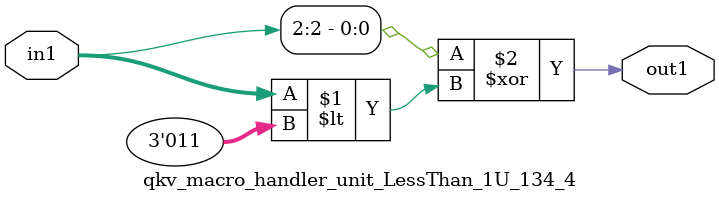
<source format=v>

`timescale 1ps / 1ps


module qkv_macro_handler_unit_LessThan_1U_134_4( in1, out1 );

    input [2:0] in1;
    output out1;

    
    // rtl_process:qkv_macro_handler_hub_LessThan_1U_52_4/qkv_macro_handler_hub_LessThan_1U_52_4_thread_1
    assign out1 = (in1[2] ^ in1 < 3'd3);

endmodule





</source>
